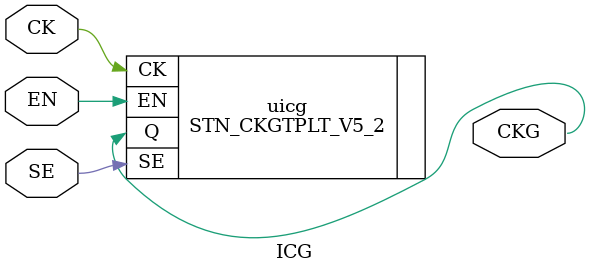
<source format=v>

module ICG(CK,EN,SE,CKG);
input	CK,EN,SE;
output	CKG;

`ifdef FPGA
// BUFGCE: General Clock Buffer with Clock Enable
// UltraScale
// Xilinx HDL Libraries Guide, version 2014.1
    BUFGCE #(
    .CE_TYPE("SYNC"), // SYNC, ASYNC
    .IS_CE_INVERTED(1'b0), // Programmable inversion on CE
    .IS_I_INVERTED(1'b0) // Programmable inversion on I
    )
    BUFGCE_inst (
    .O(CKG), // 1-bit output: Buffer
    .CE(EN), // 1-bit input: Buffer enable
    .I(CK) // 1-bit input: Buffer
    );
// End of BUFGCE_inst instantiation
`else

    STN_CKGTPLT_V5_2 uicg(.Q(CKG), .CK(CK), .EN(EN), .SE(SE));

`endif

endmodule

`ifdef SIM
module STN_CKGTPLT_V5_2 (Q, CK, EN, SE);
input	CK,EN,SE;
output	Q;
wire	CK,EN,Q;

	wire    or_out;
	reg     EN1;
	
	assign or_out = EN;
	
	always  @(CK or or_out) if(!CK) EN1 = or_out;
	
	assign Q = ( SE | EN1 ) & CK;

endmodule
/*
module STN_INV_S_8( A, X);
    input A;
    output X;
    wire A,X;
    assign X=A;
endmodule
*/
`endif








</source>
